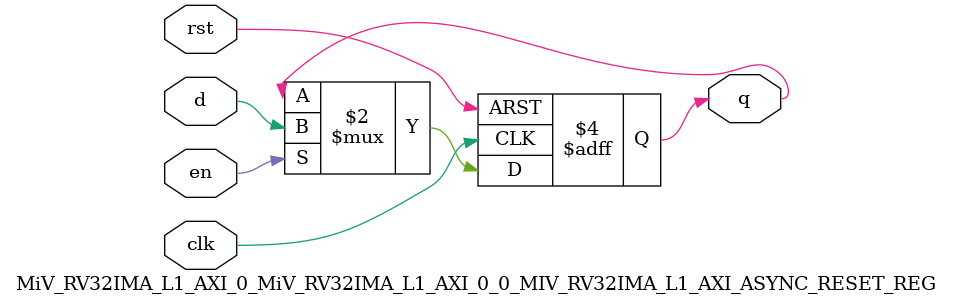
<source format=v>
`ifndef RANDOMIZE_REG_INIT 
	 `define RANDOMIZE_REG_INIT 
 `endif
`ifndef RANDOMIZE_MEM_INIT 
	 `define RANDOMIZE_MEM_INIT 
 `endif
`ifndef RANDOMIZE 
	 `define RANDOMIZE 
`endif

`timescale 1ns/10ps
module MiV_RV32IMA_L1_AXI_0_MiV_RV32IMA_L1_AXI_0_0_MIV_RV32IMA_L1_AXI_ASYNC_RESET_REG (
                      input      d,
                      output reg q,
                      input      en,

                      input      clk,
                      input      rst);
   
   always @(posedge clk or posedge rst) begin

      if (rst) begin
         q <= 1'b0;
      end else if (en) begin
         q <= d;
      end
   end
   

endmodule // MIV_RV32IMA_L1_AXI_ASYNC_RESET_REG

</source>
